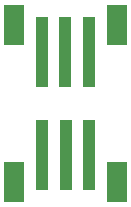
<source format=gtp>
G04 #@! TF.GenerationSoftware,KiCad,Pcbnew,7.0.5-0*
G04 #@! TF.CreationDate,2024-11-07T13:17:23-08:00*
G04 #@! TF.ProjectId,MilkVHat,4d696c6b-5648-4617-942e-6b696361645f,rev?*
G04 #@! TF.SameCoordinates,PX5f5e100PY5f5e100*
G04 #@! TF.FileFunction,Paste,Top*
G04 #@! TF.FilePolarity,Positive*
%FSLAX46Y46*%
G04 Gerber Fmt 4.6, Leading zero omitted, Abs format (unit mm)*
G04 Created by KiCad (PCBNEW 7.0.5-0) date 2024-11-07 13:17:23*
%MOMM*%
%LPD*%
G01*
G04 APERTURE LIST*
%ADD10R,1.000000X6.000000*%
%ADD11R,1.800000X3.400000*%
G04 APERTURE END LIST*
D10*
X19975000Y18424561D03*
X17975000Y18424561D03*
X15975000Y18424561D03*
D11*
X13624987Y16099440D03*
X22325013Y16099440D03*
D10*
X15925000Y27099999D03*
X17925000Y27099999D03*
X19925000Y27099999D03*
D11*
X22275013Y29425120D03*
X13574987Y29425120D03*
M02*

</source>
